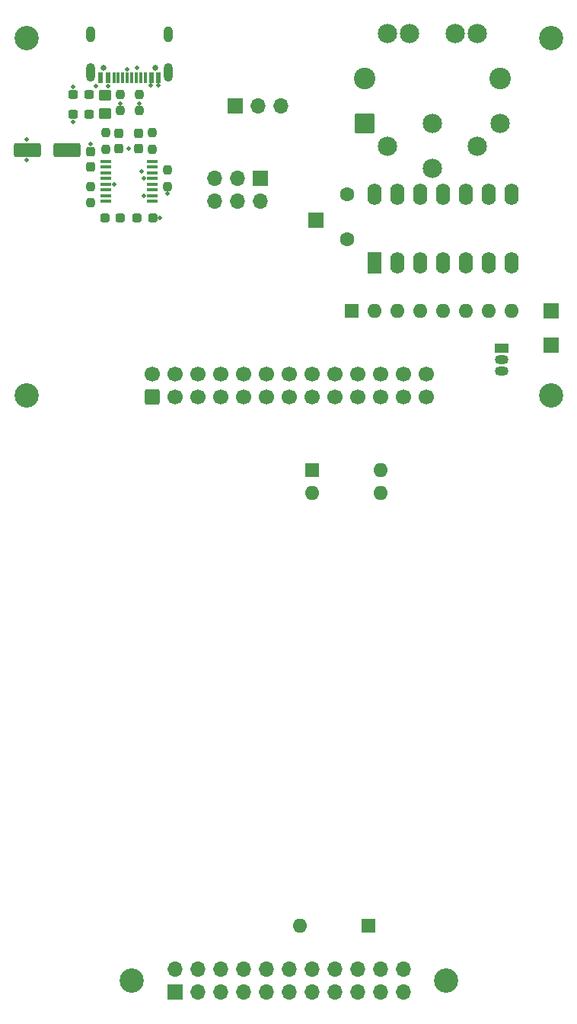
<source format=gbr>
%TF.GenerationSoftware,KiCad,Pcbnew,7.0.9*%
%TF.CreationDate,2024-02-17T15:45:49+01:00*%
%TF.ProjectId,kim-1-aux-card-usb,6b696d2d-312d-4617-9578-2d636172642d,rev?*%
%TF.SameCoordinates,Original*%
%TF.FileFunction,Soldermask,Top*%
%TF.FilePolarity,Negative*%
%FSLAX46Y46*%
G04 Gerber Fmt 4.6, Leading zero omitted, Abs format (unit mm)*
G04 Created by KiCad (PCBNEW 7.0.9) date 2024-02-17 15:45:49*
%MOMM*%
%LPD*%
G01*
G04 APERTURE LIST*
G04 Aperture macros list*
%AMRoundRect*
0 Rectangle with rounded corners*
0 $1 Rounding radius*
0 $2 $3 $4 $5 $6 $7 $8 $9 X,Y pos of 4 corners*
0 Add a 4 corners polygon primitive as box body*
4,1,4,$2,$3,$4,$5,$6,$7,$8,$9,$2,$3,0*
0 Add four circle primitives for the rounded corners*
1,1,$1+$1,$2,$3*
1,1,$1+$1,$4,$5*
1,1,$1+$1,$6,$7*
1,1,$1+$1,$8,$9*
0 Add four rect primitives between the rounded corners*
20,1,$1+$1,$2,$3,$4,$5,0*
20,1,$1+$1,$4,$5,$6,$7,0*
20,1,$1+$1,$6,$7,$8,$9,0*
20,1,$1+$1,$8,$9,$2,$3,0*%
G04 Aperture macros list end*
%ADD10C,2.400000*%
%ADD11RoundRect,0.102000X0.975000X0.975000X-0.975000X0.975000X-0.975000X-0.975000X0.975000X-0.975000X0*%
%ADD12C,2.154000*%
%ADD13RoundRect,0.237500X-0.237500X0.300000X-0.237500X-0.300000X0.237500X-0.300000X0.237500X0.300000X0*%
%ADD14RoundRect,0.250000X-0.450000X0.350000X-0.450000X-0.350000X0.450000X-0.350000X0.450000X0.350000X0*%
%ADD15RoundRect,0.237500X-0.237500X0.250000X-0.237500X-0.250000X0.237500X-0.250000X0.237500X0.250000X0*%
%ADD16RoundRect,0.237500X0.237500X-0.250000X0.237500X0.250000X-0.237500X0.250000X-0.237500X-0.250000X0*%
%ADD17C,2.700000*%
%ADD18RoundRect,0.237500X0.300000X0.237500X-0.300000X0.237500X-0.300000X-0.237500X0.300000X-0.237500X0*%
%ADD19R,1.500000X1.050000*%
%ADD20O,1.500000X1.050000*%
%ADD21C,0.650000*%
%ADD22R,0.600000X1.150000*%
%ADD23R,0.300000X1.150000*%
%ADD24O,1.000000X2.100000*%
%ADD25O,1.000000X1.800000*%
%ADD26RoundRect,0.250000X1.250000X0.550000X-1.250000X0.550000X-1.250000X-0.550000X1.250000X-0.550000X0*%
%ADD27R,1.600000X2.400000*%
%ADD28O,1.600000X2.400000*%
%ADD29R,1.600000X1.600000*%
%ADD30O,1.600000X1.600000*%
%ADD31RoundRect,0.237500X-0.287500X-0.237500X0.287500X-0.237500X0.287500X0.237500X-0.287500X0.237500X0*%
%ADD32RoundRect,0.250000X0.600000X-0.600000X0.600000X0.600000X-0.600000X0.600000X-0.600000X-0.600000X0*%
%ADD33C,1.700000*%
%ADD34RoundRect,0.237500X0.237500X-0.300000X0.237500X0.300000X-0.237500X0.300000X-0.237500X-0.300000X0*%
%ADD35RoundRect,0.237500X0.287500X0.237500X-0.287500X0.237500X-0.287500X-0.237500X0.287500X-0.237500X0*%
%ADD36R,1.200000X0.400000*%
%ADD37R,1.700000X1.700000*%
%ADD38O,1.700000X1.700000*%
%ADD39C,1.600000*%
%ADD40C,0.500000*%
G04 APERTURE END LIST*
D10*
%TO.C,J3*%
X165400000Y-47590000D03*
X150400000Y-47590000D03*
D11*
X150400000Y-52590000D03*
D12*
X152900000Y-55090000D03*
X157900000Y-52590000D03*
X162900000Y-55090000D03*
X165400000Y-52590000D03*
X157900000Y-57590000D03*
X162900000Y-42590000D03*
X160400000Y-42590000D03*
X155400000Y-42590000D03*
X152900000Y-42590000D03*
%TD*%
D13*
%TO.C,C3*%
X123050000Y-53617500D03*
X123050000Y-55342500D03*
%TD*%
D14*
%TO.C,FB1*%
X121490000Y-49430000D03*
X121490000Y-51430000D03*
%TD*%
D15*
%TO.C,R1*%
X123230000Y-49317500D03*
X123230000Y-51142500D03*
%TD*%
D16*
%TO.C,R6*%
X128470000Y-59560000D03*
X128470000Y-57735000D03*
%TD*%
D17*
%TO.C,REF\u002A\u002A*%
X112780000Y-82770000D03*
%TD*%
D15*
%TO.C,R3*%
X121550000Y-53567500D03*
X121550000Y-55392500D03*
%TD*%
D18*
%TO.C,C5*%
X119692500Y-51550000D03*
X117967500Y-51550000D03*
%TD*%
D19*
%TO.C,Q1*%
X165610000Y-77560000D03*
D20*
X165610000Y-78830000D03*
X165610000Y-80100000D03*
%TD*%
D17*
%TO.C,REF\u002A\u002A*%
X171120000Y-43040000D03*
%TD*%
D21*
%TO.C,J7*%
X127110000Y-46365000D03*
X121330000Y-46365000D03*
D22*
X127420000Y-47440000D03*
X126620000Y-47440000D03*
D23*
X125470000Y-47440000D03*
X124470000Y-47440000D03*
X123970000Y-47440000D03*
X122970000Y-47440000D03*
D22*
X121820000Y-47440000D03*
X121020000Y-47440000D03*
X121020000Y-47440000D03*
X121820000Y-47440000D03*
D23*
X122470000Y-47440000D03*
X123470000Y-47440000D03*
X124970000Y-47440000D03*
X125970000Y-47440000D03*
D22*
X126620000Y-47440000D03*
X127420000Y-47440000D03*
D24*
X128540000Y-46865000D03*
D25*
X128540000Y-42685000D03*
D24*
X119900000Y-46865000D03*
D25*
X119900000Y-42685000D03*
%TD*%
D15*
%TO.C,R4*%
X126750000Y-53567500D03*
X126750000Y-55392500D03*
%TD*%
D18*
%TO.C,C2*%
X119692500Y-49310000D03*
X117967500Y-49310000D03*
%TD*%
D17*
%TO.C,REF\u002A\u002A*%
X171120000Y-82770000D03*
%TD*%
%TO.C,REF\u002A\u002A*%
X159410000Y-147800000D03*
%TD*%
D26*
%TO.C,C6*%
X117240000Y-55480000D03*
X112840000Y-55480000D03*
%TD*%
D27*
%TO.C,U1*%
X151450000Y-68060000D03*
D28*
X153990000Y-68060000D03*
X156530000Y-68060000D03*
X159070000Y-68060000D03*
X161610000Y-68060000D03*
X164150000Y-68060000D03*
X166690000Y-68060000D03*
X166690000Y-60440000D03*
X164150000Y-60440000D03*
X161610000Y-60440000D03*
X159070000Y-60440000D03*
X156530000Y-60440000D03*
X153990000Y-60440000D03*
X151450000Y-60440000D03*
%TD*%
D29*
%TO.C,SW1*%
X150820000Y-141700000D03*
D30*
X143200000Y-141700000D03*
%TD*%
D31*
%TO.C,D1*%
X121465000Y-63020000D03*
X123215000Y-63020000D03*
%TD*%
D32*
%TO.C,J2*%
X126710000Y-82920000D03*
D33*
X126710000Y-80380000D03*
X129250000Y-82920000D03*
X129250000Y-80380000D03*
X131790000Y-82920000D03*
X131790000Y-80380000D03*
X134330000Y-82920000D03*
X134330000Y-80380000D03*
X136870000Y-82920000D03*
X136870000Y-80380000D03*
X139410000Y-82920000D03*
X139410000Y-80380000D03*
X141950000Y-82920000D03*
X141950000Y-80380000D03*
X144490000Y-82920000D03*
X144490000Y-80380000D03*
X147030000Y-82920000D03*
X147030000Y-80380000D03*
X149570000Y-82920000D03*
X149570000Y-80380000D03*
X152110000Y-82920000D03*
X152110000Y-80380000D03*
X154650000Y-82920000D03*
X154650000Y-80380000D03*
X157190000Y-82920000D03*
X157190000Y-80380000D03*
%TD*%
D29*
%TO.C,RN1*%
X148910000Y-73380000D03*
D30*
X151450000Y-73380000D03*
X153990000Y-73380000D03*
X156530000Y-73380000D03*
X159070000Y-73380000D03*
X161610000Y-73380000D03*
X164150000Y-73380000D03*
X166690000Y-73380000D03*
%TD*%
D34*
%TO.C,C7*%
X119915000Y-57402500D03*
X119915000Y-55677500D03*
%TD*%
D35*
%TO.C,D2*%
X126815000Y-63020000D03*
X125065000Y-63020000D03*
%TD*%
D36*
%TO.C,U2*%
X126750000Y-61212500D03*
X126750000Y-60577500D03*
X126750000Y-59942500D03*
X126750000Y-59307500D03*
X126750000Y-58672500D03*
X126750000Y-58037500D03*
X126750000Y-57402500D03*
X126750000Y-56767500D03*
X121550000Y-56767500D03*
X121550000Y-57402500D03*
X121550000Y-58037500D03*
X121550000Y-58672500D03*
X121550000Y-59307500D03*
X121550000Y-59942500D03*
X121550000Y-60577500D03*
X121550000Y-61212500D03*
%TD*%
D29*
%TO.C,SW2*%
X144490000Y-91110000D03*
D30*
X144490000Y-93650000D03*
X152110000Y-93650000D03*
X152110000Y-91110000D03*
%TD*%
D37*
%TO.C,J8*%
X138800000Y-58670000D03*
D38*
X138800000Y-61210000D03*
X136260000Y-58670000D03*
X136260000Y-61210000D03*
X133720000Y-58670000D03*
X133720000Y-61210000D03*
%TD*%
D16*
%TO.C,R5*%
X119900000Y-61382500D03*
X119900000Y-59557500D03*
%TD*%
D13*
%TO.C,C4*%
X125250000Y-53617500D03*
X125250000Y-55342500D03*
%TD*%
D37*
%TO.C,J9*%
X135990000Y-50600000D03*
D38*
X138530000Y-50600000D03*
X141070000Y-50600000D03*
%TD*%
D39*
%TO.C,C1*%
X148400000Y-60440000D03*
X148400000Y-65440000D03*
%TD*%
D17*
%TO.C,REF\u002A\u002A*%
X124490000Y-147800000D03*
%TD*%
%TO.C,REF\u002A\u002A*%
X112780000Y-43040000D03*
%TD*%
D15*
%TO.C,R2*%
X125340000Y-49317500D03*
X125340000Y-51142500D03*
%TD*%
D37*
%TO.C,J5*%
X171120000Y-73380000D03*
%TD*%
%TO.C,J1*%
X129250000Y-149070000D03*
D38*
X129250000Y-146530000D03*
X131790000Y-149070000D03*
X131790000Y-146530000D03*
X134330000Y-149070000D03*
X134330000Y-146530000D03*
X136870000Y-149070000D03*
X136870000Y-146530000D03*
X139410000Y-149070000D03*
X139410000Y-146530000D03*
X141950000Y-149070000D03*
X141950000Y-146530000D03*
X144490000Y-149070000D03*
X144490000Y-146530000D03*
X147030000Y-149070000D03*
X147030000Y-146530000D03*
X149570000Y-149070000D03*
X149570000Y-146530000D03*
X152110000Y-149070000D03*
X152110000Y-146530000D03*
X154650000Y-149070000D03*
X154650000Y-146530000D03*
%TD*%
D37*
%TO.C,J6*%
X144980000Y-63330000D03*
%TD*%
%TO.C,J4*%
X171120000Y-77230000D03*
%TD*%
D40*
X125776447Y-58676053D03*
X120486447Y-48433553D03*
X124136447Y-55343553D03*
X127396447Y-48343553D03*
X117956447Y-48483553D03*
X112816447Y-56643553D03*
X123230000Y-50370000D03*
X122516447Y-59311053D03*
X112816447Y-54323553D03*
X119891447Y-54823553D03*
X117956447Y-52383553D03*
X125340000Y-50370000D03*
X126596447Y-48343553D03*
X121796447Y-48433553D03*
X125046447Y-46403553D03*
X123946447Y-46533553D03*
X127620000Y-63020000D03*
X128460000Y-60320000D03*
X125790000Y-60580000D03*
X125550000Y-57890000D03*
M02*

</source>
